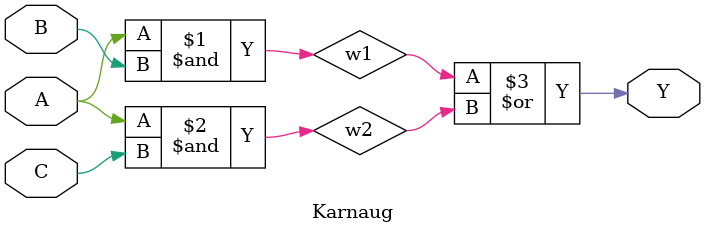
<source format=v>

module SOP(input wire A,B,C, output wire Y);

wire w1,w2,w3,w4,w5;
	
	not (w1,B);
	not (w2,C);
	
	and (w3,A,w1,C);
	and (w4,A,B,w2);
	and (w5,A,B,C);
	
	or (Y,w3,w4,w5);
	
endmodule

//Solución POS
//gateLevel
module POS(input wire A,B,C, output wire Y);

wire w1,w2,w3,w4,w5,w6,w7,w8;
	
	not (w1,A);
	not (w2,B);
	not (w3,C);

	or (w4,A,B,C);
	or (w5,A,B,w3);
	or (w6,A,w2,C);
	or (w7,A,w2,w3);
	or (w8,w1,B,C);
	
	and (Y,w4,w5,w6,w7,w8);
	
endmodule

//Solución Karnaug
//gateLevel
module Karnaug(input wire A,B,C, output wire Y);

wire w1,w2;

	and (w1,A,B);
	and (w2,A,C);
	
	or (Y,w1,w2);

endmodule


</source>
